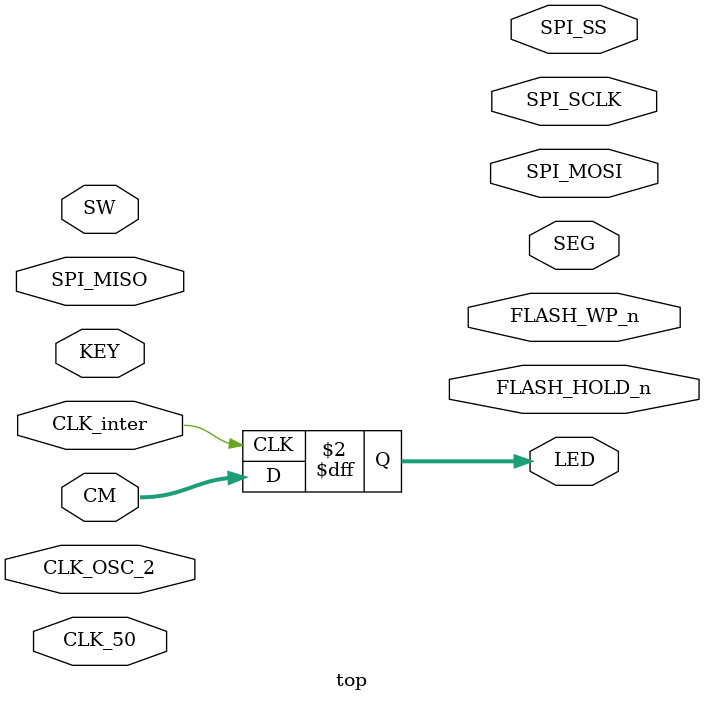
<source format=v>
module top(CLK_50, CLK_OSC_2, CM, CLK_inter, SPI_SS, SPI_MISO, SPI_SCLK, SPI_MOSI, FLASH_WP_n, FLASH_HOLD_n, LED, SEG, KEY, SW);
    /* FPGA Clocks */
    input wire CLK_50;
    input CLK_OSC_2;
    
    /* Chip Interconnect */
    input [7:0] CM;  // 8-bit signal

    // CM0 requires SSPI to be set as regular IO
    input CLK_inter;    // connects to PC0 of Xmega
    wire [9:0] ro_outputs;
    /* SPI & Flash - FPGA as master configuration - change as needed */
    output SPI_SS;            // SS port - connects to PC4
    input SPI_MISO;            // MISO port - connects to PC6
    output SPI_SCLK;        // SCLK port - connects to PC7
    output SPI_MOSI;        // SCLK port - connects to PC5
    output FLASH_WP_n;        // WP_n port - connects to PE2
    output FLASH_HOLD_n;    // HOLD_n port - connects to PE1
    
    /* FPGA User Interface */
    output reg [7:0] LED;    // yellow LEDs
    output [7:0] SEG;    // 7 segment display: light up = '0', no light = '1'
                        // SEG[6:0] lights up G,F,...,A sections, respectively
                        // SEG[7] lights up display point (DP)
    
    /* FPGA Button/Switch */
    input [2:0] KEY;    // key buttons
    input [9:0] SW;        // switches: switch up = '0', switch down = '1'
    
    
    /* FPGA GPIO - Add GPIOs based on HaHa manual*/
    always @(posedge CLK_inter) begin 
        LED = CM;
    end 

endmodule

</source>
